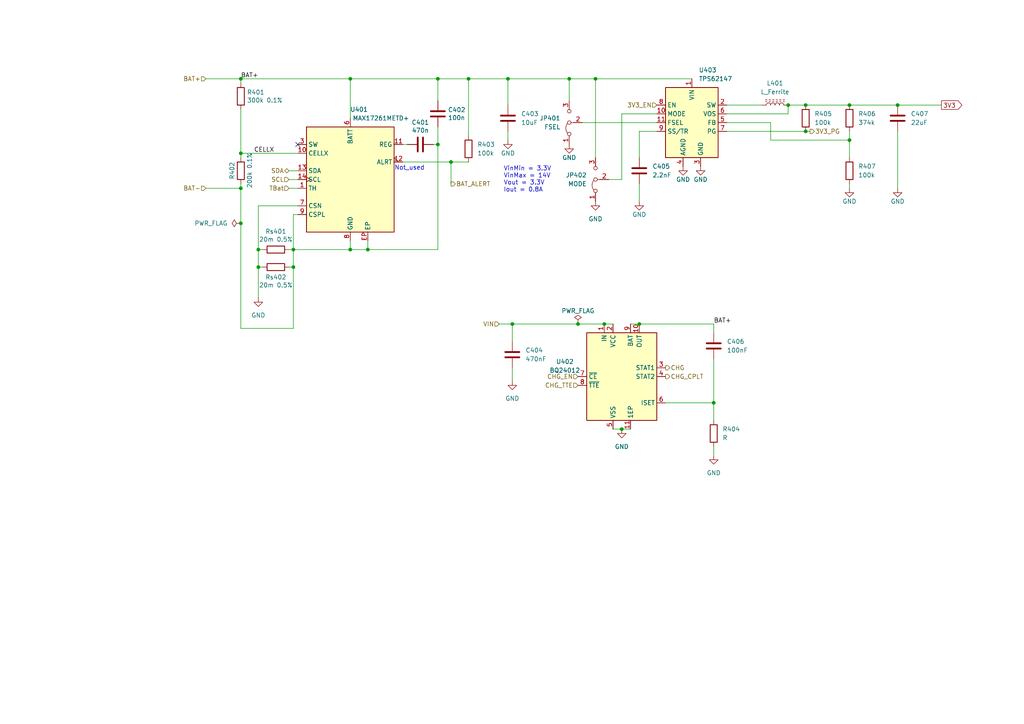
<source format=kicad_sch>
(kicad_sch (version 20211123) (generator eeschema)
  (paper "A4")
  (lib_symbols
    (symbol "Device:C" (pin_numbers hide) (pin_names (offset 0.254))
      (property "Reference" "C" (at 0.635 2.54 0))
      (property "Value" "C" (at 0.635 -2.54 0))
      (symbol "C_0_1"
        (polyline (pts (xy -2.032 -0.762) (xy 2.032 -0.762)) (stroke (width 0.508)))
        (polyline (pts (xy -2.032 0.762) (xy 2.032 0.762)) (stroke (width 0.508)))
      )
      (symbol "C_1_1"
        (pin passive line (at 0 3.81 270) (length 2.794) (name "~") (number "1"))
        (pin passive line (at 0 -3.81 90) (length 2.794) (name "~") (number "2"))
      )
    )
    (symbol "Device:L_Ferrite" (pin_numbers hide) (pin_names (offset 1.016) hide)
      (property "Reference" "L" (at -1.27 0 90))
      (property "Value" "L_Ferrite" (at 2.794 0 90))
      (symbol "L_Ferrite_0_1"
        (arc (start 0 -2.54) (mid 0.635 -1.905) (end 0 -1.27))
        (arc (start 0 -1.27) (mid 0.635 -0.635) (end 0 0))
        (polyline (pts (xy 1.016 -2.794) (xy 1.016 -2.286)))
        (polyline (pts (xy 1.016 -1.778) (xy 1.016 -1.27)))
        (polyline (pts (xy 1.016 -0.762) (xy 1.016 -0.254)))
        (polyline (pts (xy 1.016 0.254) (xy 1.016 0.762)))
        (polyline (pts (xy 1.016 1.27) (xy 1.016 1.778)))
        (polyline (pts (xy 1.016 2.286) (xy 1.016 2.794)))
        (polyline (pts (xy 1.524 -2.286) (xy 1.524 -2.794)))
        (polyline (pts (xy 1.524 -1.27) (xy 1.524 -1.778)))
        (polyline (pts (xy 1.524 -0.254) (xy 1.524 -0.762)))
        (polyline (pts (xy 1.524 0.762) (xy 1.524 0.254)))
        (polyline (pts (xy 1.524 1.778) (xy 1.524 1.27)))
        (polyline (pts (xy 1.524 2.794) (xy 1.524 2.286)))
        (arc (start 0 0) (mid 0.635 0.635) (end 0 1.27))
        (arc (start 0 1.27) (mid 0.635 1.905) (end 0 2.54))
      )
      (symbol "L_Ferrite_1_1"
        (pin passive line (at 0 3.81 270) (length 1.27) (name "1") (number "1"))
        (pin passive line (at 0 -3.81 90) (length 1.27) (name "2") (number "2"))
      )
    )
    (symbol "Device:R" (pin_numbers hide) (pin_names (offset 0))
      (property "Reference" "R" (at 2.032 0 90))
      (property "Value" "R" (at 0 0 90))
      (symbol "R_0_1"
        (rectangle (start -1.016 -2.54) (end 1.016 2.54) (stroke (width 0.254)))
      )
      (symbol "R_1_1"
        (pin passive line (at 0 3.81 270) (length 1.27) (name "~") (number "1"))
        (pin passive line (at 0 -3.81 90) (length 1.27) (name "~") (number "2"))
      )
    )
    (symbol "Jumper:Jumper_3_Bridged12" (pin_names (offset 0) hide)
      (property "Reference" "JP" (at -2.54 -2.54 0))
      (property "Value" "Jumper_3_Bridged12" (at 0 2.794 0))
      (symbol "Jumper_3_Bridged12_0_0"
        (circle (center -3.302 0) (radius 0.508))
        (circle (center 0 0) (radius 0.508))
        (circle (center 3.302 0) (radius 0.508))
      )
      (symbol "Jumper_3_Bridged12_0_1"
        (arc (start -0.254 0.508) (mid -1.651 0.9912) (end -3.048 0.508))
        (polyline (pts (xy 0 -1.27) (xy 0 -0.508)))
      )
      (symbol "Jumper_3_Bridged12_1_1"
        (pin passive line (at -6.35 0 0) (length 2.54) (name "A") (number "1"))
        (pin passive line (at 0 -3.81 90) (length 2.54) (name "C") (number "2"))
        (pin passive line (at 6.35 0 180) (length 2.54) (name "B") (number "3"))
      )
    )
    (symbol "lsf-kicad:BQ24013"
      (property "Reference" "U401" (at -16.51 4.3307 0))
      (property "Value" "BQ24013" (at -16.51 1.7907 0))
      (symbol "BQ24013_0_1"
        (rectangle (start -10.16 12.7) (end 10.16 -12.7) (stroke (width 0.254)) (fill (type background)))
      )
      (symbol "BQ24013_1_1"
        (pin power_in line (at -5.08 15.24 270) (length 2.54) (name "IN") (number "1"))
        (pin power_out line (at 5.08 15.24 270) (length 2.54) (name "OUT") (number "10"))
        (pin passive line (at 2.54 -15.24 90) (length 2.54) (name "1EP") (number "11"))
        (pin power_in line (at -2.54 15.24 270) (length 2.54) (name "VCC") (number "2"))
        (pin open_collector line (at 12.7 2.54 180) (length 2.54) (name "STAT1") (number "3"))
        (pin open_collector line (at 12.7 0 180) (length 2.54) (name "STAT2") (number "4"))
        (pin power_in line (at -2.54 -15.24 90) (length 2.54) (name "VSS") (number "5"))
        (pin output line (at 12.7 -7.62 180) (length 2.54) (name "ISET") (number "6"))
        (pin input line (at -12.7 0 0) (length 2.54) (name "~{CE}") (number "7"))
        (pin input line (at -12.7 -2.54 0) (length 2.54) (name "~{TTE}") (number "8"))
        (pin input line (at 2.54 15.24 270) (length 2.54) (name "BAT") (number "9"))
      )
    )
    (symbol "lsf-kicad:MAX17261METD+"
      (property "Reference" "U" (at 0 5.08 0))
      (property "Value" "MAX17261METD+" (at 0 1.27 0))
      (symbol "MAX17261METD+_0_1"
        (rectangle (start -12.7 15.24) (end 12.7 -15.24) (stroke (width 0.254)) (fill (type background)))
      )
      (symbol "MAX17261METD+_1_1"
        (pin input line (at -15.24 -2.54 0) (length 2.54) (name "TH") (number "1"))
        (pin passive line (at -15.24 7.62 0) (length 2.54) (name "CELLX") (number "10"))
        (pin power_out line (at 15.24 10.16 180) (length 2.54) (name "REG") (number "11"))
        (pin open_collector output_low (at 15.24 5.08 180) (length 2.54) (name "ALRT") (number "12"))
        (pin bidirectional line (at -15.24 2.54 0) (length 2.54) (name "SDA") (number "13"))
        (pin input clock (at -15.24 0 0) (length 2.54) (name "SCL") (number "14"))
        (pin no_connect line (at -10.16 -17.78 90) (length 2.54) hide (name "NC") (number "2"))
        (pin output line (at -15.24 10.16 0) (length 2.54) (name "SW") (number "3"))
        (pin no_connect line (at -7.62 -17.78 90) (length 2.54) hide (name "NC") (number "4"))
        (pin no_connect line (at -5.08 -17.78 90) (length 2.54) hide (name "NC") (number "5"))
        (pin power_in line (at 0 17.78 270) (length 2.54) (name "BATT") (number "6"))
        (pin passive line (at -15.24 -7.62 0) (length 2.54) (name "CSN") (number "7"))
        (pin power_in line (at 0 -17.78 90) (length 2.54) (name "GND") (number "8"))
        (pin passive line (at -15.24 -10.16 0) (length 2.54) (name "CSPL") (number "9"))
        (pin power_in line (at 5.08 -17.78 90) (length 2.54) (name "EP") (number "EP"))
      )
    )
    (symbol "lsf-kicad:TPS62147"
      (property "Reference" "U" (at -7.62 12.7 0))
      (property "Value" "TPS62147" (at 7.62 12.7 0))
      (symbol "TPS62147_0_1"
        (rectangle (start -7.62 10.16) (end 7.62 -10.16) (stroke (width 0.254)) (fill (type background)))
      )
      (symbol "TPS62147_1_1"
        (pin power_in line (at 0 12.7 270) (length 2.54) (name "VIN") (number "1"))
        (pin input line (at -10.16 2.54 0) (length 2.54) (name "MODE") (number "10"))
        (pin input line (at -10.16 0 0) (length 2.54) (name "FSEL") (number "11"))
        (pin passive line (at 10.16 5.08 180) (length 2.54) (name "SW") (number "2"))
        (pin power_in line (at 2.54 -12.7 90) (length 2.54) (name "GND") (number "3"))
        (pin power_in line (at -2.54 -12.7 90) (length 2.54) (name "AGND") (number "4"))
        (pin input line (at 10.16 0 180) (length 2.54) (name "FB") (number "5"))
        (pin input line (at 10.16 2.54 180) (length 2.54) (name "VOS") (number "6"))
        (pin open_collector line (at 10.16 -2.54 180) (length 2.54) (name "PG") (number "7"))
        (pin input line (at -10.16 5.08 0) (length 2.54) (name "EN") (number "8"))
        (pin input line (at -10.16 -2.54 0) (length 2.54) (name "SS/TR") (number "9"))
      )
    )
    (symbol "power:GND" (power) (pin_names (offset 0))
      (property "Value" "GND" (at 0 -3.81 0))
      (symbol "GND_0_1"
        (polyline (pts (xy 0 0) (xy 0 -1.27) (xy 1.27 -1.27) (xy 0 -2.54) (xy -1.27 -1.27) (xy 0 -1.27)))
      )
      (symbol "GND_1_1"
        (pin power_in line (at 0 0 270) (length 0) hide (name "GND") (number "1"))
      )
    )
    (symbol "power:PWR_FLAG" (power) (pin_numbers hide) (pin_names (offset 0) hide)
      (property "Value" "PWR_FLAG" (at 0 3.81 0))
      (symbol "PWR_FLAG_0_0"
        (pin power_out line (at 0 0 90) (length 0) (name "pwr") (number "1"))
      )
      (symbol "PWR_FLAG_0_1"
        (polyline (pts (xy 0 0) (xy 0 1.27) (xy -1.016 1.905) (xy 0 2.54) (xy 1.016 1.905) (xy 0 1.27)))
      )
    )
  )
  (junction (at 101.6 22.86))
  (junction (at 74.93 72.39))
  (junction (at 135.89 22.86))
  (junction (at 69.85 22.86))
  (junction (at 233.68 38.1))
  (junction (at 165.1 22.86))
  (junction (at 246.38 30.48))
  (junction (at 167.64 93.98))
  (junction (at 85.09 77.47))
  (junction (at 207.01 116.84))
  (junction (at 260.35 30.48))
  (junction (at 233.68 30.48))
  (junction (at 69.85 44.45))
  (junction (at 147.32 22.86))
  (junction (at 175.26 93.98))
  (junction (at 246.38 40.64))
  (junction (at 148.59 93.98))
  (junction (at 69.85 54.61))
  (junction (at 85.09 72.39))
  (junction (at 130.81 46.99))
  (junction (at 74.93 77.47))
  (junction (at 127 22.86))
  (junction (at 101.6 72.39))
  (junction (at 185.42 93.98))
  (junction (at 106.68 72.39))
  (junction (at 172.72 22.86))
  (junction (at 228.6 30.48))
  (junction (at 69.85 64.77))
  (junction (at 127 41.91))
  (junction (at 180.34 124.46))
  (no_connect (at 86.36 41.91))
  (wire (pts (xy 223.52 40.64) (xy 246.38 40.64)))
  (wire (pts (xy 207.01 104.14) (xy 207.01 116.84)))
  (wire (pts (xy 101.6 34.29) (xy 101.6 22.86)))
  (wire (pts (xy 167.64 93.98) (xy 175.26 93.98)))
  (wire (pts (xy 101.6 69.85) (xy 101.6 72.39)))
  (wire (pts (xy 207.01 121.92) (xy 207.01 116.84)))
  (wire (pts (xy 127 41.91) (xy 127 72.39)))
  (wire (pts (xy 246.38 30.48) (xy 233.68 30.48)))
  (wire (pts (xy 69.85 44.45) (xy 69.85 45.72)))
  (wire (pts (xy 207.01 93.98) (xy 207.01 96.52)))
  (wire (pts (xy 233.68 38.1) (xy 210.82 38.1)))
  (wire (pts (xy 69.85 64.77) (xy 69.85 95.25)))
  (wire (pts (xy 228.6 33.02) (xy 228.6 30.48)))
  (wire (pts (xy 86.36 59.69) (xy 74.93 59.69)))
  (wire (pts (xy 69.85 54.61) (xy 69.85 53.34)))
  (wire (pts (xy 165.1 22.86) (xy 165.1 29.21)))
  (wire (pts (xy 127 41.91) (xy 125.73 41.91)))
  (wire (pts (xy 106.68 72.39) (xy 127 72.39)))
  (wire (pts (xy 185.42 93.98) (xy 207.01 93.98)))
  (wire (pts (xy 234.95 38.1) (xy 233.68 38.1)))
  (wire (pts (xy 207.01 116.84) (xy 193.04 116.84)))
  (wire (pts (xy 59.69 22.86) (xy 69.85 22.86)))
  (wire (pts (xy 210.82 30.48) (xy 220.98 30.48)))
  (wire (pts (xy 246.38 54.61) (xy 246.38 53.34)))
  (wire (pts (xy 180.34 52.07) (xy 176.53 52.07)))
  (wire (pts (xy 175.26 93.98) (xy 177.8 93.98)))
  (wire (pts (xy 83.82 52.07) (xy 86.36 52.07)))
  (wire (pts (xy 86.36 62.23) (xy 85.09 62.23)))
  (wire (pts (xy 101.6 22.86) (xy 127 22.86)))
  (wire (pts (xy 116.84 41.91) (xy 118.11 41.91)))
  (wire (pts (xy 74.93 77.47) (xy 74.93 86.36)))
  (wire (pts (xy 246.38 40.64) (xy 246.38 38.1)))
  (wire (pts (xy 135.89 22.86) (xy 135.89 39.37)))
  (wire (pts (xy 69.85 54.61) (xy 69.85 64.77)))
  (wire (pts (xy 76.2 77.47) (xy 74.93 77.47)))
  (wire (pts (xy 69.85 22.86) (xy 69.85 24.13)))
  (wire (pts (xy 127 22.86) (xy 135.89 22.86)))
  (wire (pts (xy 86.36 54.61) (xy 83.82 54.61)))
  (wire (pts (xy 130.81 46.99) (xy 130.81 53.34)))
  (wire (pts (xy 69.85 95.25) (xy 85.09 95.25)))
  (wire (pts (xy 106.68 72.39) (xy 101.6 72.39)))
  (wire (pts (xy 147.32 30.48) (xy 147.32 22.86)))
  (wire (pts (xy 69.85 31.75) (xy 69.85 44.45)))
  (wire (pts (xy 180.34 33.02) (xy 180.34 52.07)))
  (wire (pts (xy 116.84 46.99) (xy 130.81 46.99)))
  (wire (pts (xy 185.42 53.34) (xy 185.42 58.42)))
  (wire (pts (xy 130.81 46.99) (xy 135.89 46.99)))
  (wire (pts (xy 147.32 22.86) (xy 165.1 22.86)))
  (wire (pts (xy 210.82 33.02) (xy 228.6 33.02)))
  (wire (pts (xy 223.52 35.56) (xy 223.52 40.64)))
  (wire (pts (xy 172.72 22.86) (xy 200.66 22.86)))
  (wire (pts (xy 83.82 49.53) (xy 86.36 49.53)))
  (wire (pts (xy 148.59 93.98) (xy 167.64 93.98)))
  (wire (pts (xy 106.68 69.85) (xy 106.68 72.39)))
  (wire (pts (xy 74.93 77.47) (xy 74.93 72.39)))
  (wire (pts (xy 59.69 54.61) (xy 69.85 54.61)))
  (wire (pts (xy 144.78 93.98) (xy 148.59 93.98)))
  (wire (pts (xy 148.59 93.98) (xy 148.59 99.06)))
  (wire (pts (xy 210.82 35.56) (xy 223.52 35.56)))
  (wire (pts (xy 260.35 30.48) (xy 273.05 30.48)))
  (wire (pts (xy 168.91 35.56) (xy 190.5 35.56)))
  (wire (pts (xy 127 41.91) (xy 127 36.83)))
  (wire (pts (xy 135.89 22.86) (xy 147.32 22.86)))
  (wire (pts (xy 190.5 38.1) (xy 185.42 38.1)))
  (wire (pts (xy 74.93 72.39) (xy 76.2 72.39)))
  (wire (pts (xy 180.34 124.46) (xy 182.88 124.46)))
  (wire (pts (xy 182.88 93.98) (xy 185.42 93.98)))
  (wire (pts (xy 233.68 30.48) (xy 228.6 30.48)))
  (wire (pts (xy 85.09 72.39) (xy 101.6 72.39)))
  (wire (pts (xy 85.09 62.23) (xy 85.09 72.39)))
  (wire (pts (xy 85.09 95.25) (xy 85.09 77.47)))
  (wire (pts (xy 69.85 44.45) (xy 86.36 44.45)))
  (wire (pts (xy 147.32 40.64) (xy 147.32 38.1)))
  (wire (pts (xy 246.38 40.64) (xy 246.38 45.72)))
  (wire (pts (xy 260.35 54.61) (xy 260.35 38.1)))
  (wire (pts (xy 246.38 30.48) (xy 260.35 30.48)))
  (wire (pts (xy 165.1 22.86) (xy 172.72 22.86)))
  (wire (pts (xy 207.01 132.08) (xy 207.01 129.54)))
  (wire (pts (xy 177.8 124.46) (xy 180.34 124.46)))
  (wire (pts (xy 74.93 59.69) (xy 74.93 72.39)))
  (wire (pts (xy 148.59 106.68) (xy 148.59 110.49)))
  (wire (pts (xy 190.5 33.02) (xy 180.34 33.02)))
  (wire (pts (xy 127 29.21) (xy 127 22.86)))
  (wire (pts (xy 101.6 22.86) (xy 69.85 22.86)))
  (wire (pts (xy 85.09 72.39) (xy 85.09 77.47)))
  (wire (pts (xy 85.09 77.47) (xy 83.82 77.47)))
  (wire (pts (xy 185.42 38.1) (xy 185.42 45.72)))
  (wire (pts (xy 172.72 22.86) (xy 172.72 45.72)))
  (wire (pts (xy 83.82 72.39) (xy 85.09 72.39)))
  (text "Not_used" (at 123.19 49.53 180) (effects (font (size 1.27 1.27)) (justify right bottom)))
  (text "VinMin = 3.3V\nVinMax = 14V\nVout = 3.3V\nIout = 0.8A" (at 146.05 55.88 0) (effects (font (size 1.27 1.27)) (justify left bottom)))
  (label "BAT+" (at 207.01 93.98 0))
  (label "BAT+" (at 69.85 22.86 0))
  (label "CELLX" (at 73.66 44.45 0))
  (global_label "3V3" (shape output) (at 273.05 30.48 0) (property "Intersheet References" "${INTERSHEET_REFS}" (effects hide)))
  (hierarchical_label "CHG_EN" (shape input) (at 167.64 109.22 180))
  (hierarchical_label "BAT+" (shape input) (at 59.69 22.86 180))
  (hierarchical_label "CHG_TTE" (shape input) (at 167.64 111.76 180))
  (hierarchical_label "SDA" (shape bidirectional) (at 83.82 49.53 180))
  (hierarchical_label "3V3_PG" (shape output) (at 234.95 38.1 0))
  (hierarchical_label "TBat" (shape input) (at 83.82 54.61 180))
  (hierarchical_label "VIN" (shape input) (at 144.78 93.98 180))
  (hierarchical_label "CHG" (shape output) (at 193.04 106.68 0))
  (hierarchical_label "3V3_EN" (shape input) (at 190.5 30.48 180))
  (hierarchical_label "CHG_CPLT" (shape output) (at 193.04 109.22 0))
  (hierarchical_label "SCL" (shape input) (at 83.82 52.07 180))
  (hierarchical_label "BAT-" (shape input) (at 59.69 54.61 180))
  (hierarchical_label "BAT_ALERT" (shape output) (at 130.81 53.34 0))
  (symbol (lib_id "lsf-kicad:TPS62147") (at 200.66 35.56 0) (unit 1)
    (property "Reference" "U403" (at 202.6794 20.32 0) (effects (justify left)))
    (property "Value" "TPS62147" (at 202.6794 22.86 0) (effects (justify left)))
    (property "Footprint" "lsf-kicad-lib:Texas_RGX0011A" (effects hide))
    (property "Datasheet" "https://www.ti.com/lit/ds/symlink/tps62147.pdf" (effects hide))
    (property "Part Number" "TPS62147" (effects hide))
  )
  (symbol (lib_id "Device:C") (at 185.42 49.53 0) (unit 1)
    (property "Reference" "C405" (at 189.23 48.2599 0) (effects (justify left)))
    (property "Value" "2.2nF" (at 189.23 50.7999 0) (effects (justify left)))
    (property "Footprint" "Capacitor_SMD:C_0402_1005Metric" (effects hide))
    (property "PartNumber" "GRM155R71E222KA01D" (effects hide))
    (property "Part Number" "GRM155R71E222KA01D" (effects hide))
  )
  (symbol (lib_id "Device:R") (at 207.01 125.73 0) (unit 1)
    (property "Reference" "R404" (at 209.55 124.4599 0) (effects (justify left)))
    (property "Value" "R" (at 209.55 126.9999 0) (effects (justify left)))
  )
  (symbol (lib_id "Device:C") (at 148.59 102.87 0) (unit 1)
    (property "Reference" "C404" (at 152.4 101.5999 0) (effects (justify left)))
    (property "Value" "470nF" (at 152.4 104.1399 0) (effects (justify left)))
  )
  (symbol (lib_id "power:GND") (at 165.1 41.91 0) (unit 1)
    (property "Reference" "#PWR0404" (effects hide))
    (property "Value" "GND" (at 165.1 45.72 0))
  )
  (symbol (lib_id "Device:R") (at 80.01 72.39 270) (unit 1)
    (property "Reference" "Rs401" (at 80.01 67.1322 90))
    (property "Value" "20m 0.5%" (at 80.01 69.4436 90))
    (property "Footprint" "Resistor_SMD:R_0603_1608Metric" (effects hide))
    (property "Part Number" "PE0603FRF070R02L" (effects hide))
    (property "PartNumber" "PE0603FRF070R02L" (effects hide))
  )
  (symbol (lib_id "Device:C") (at 207.01 100.33 0) (unit 1)
    (property "Reference" "C406" (at 210.82 99.0599 0) (effects (justify left)))
    (property "Value" "100nF" (at 210.82 101.5999 0) (effects (justify left)))
  )
  (symbol (lib_id "Jumper:Jumper_3_Bridged12") (at 165.1 35.56 90) (unit 1)
    (property "Reference" "JP401" (at 162.56 34.2899 90) (effects (justify left)))
    (property "Value" "FSEL" (at 162.56 36.8299 90) (effects (justify left)))
    (property "Footprint" "Jumper:SolderJumper-3_P1.3mm_Bridged2Bar12_Pad1.0x1.5mm_NumberLabels" (effects hide))
  )
  (symbol (lib_id "power:PWR_FLAG") (at 167.64 93.98 0) (unit 1)
    (property "Reference" "#FLG0402" (effects hide))
    (property "Value" "PWR_FLAG" (at 167.64 90.17 0))
  )
  (symbol (lib_id "Device:R") (at 233.68 34.29 0) (unit 1)
    (property "Reference" "R405" (at 236.22 33.0199 0) (effects (justify left)))
    (property "Value" "100k" (at 236.22 35.5599 0) (effects (justify left)))
    (property "Footprint" "Resistor_SMD:R_0402_1005Metric" (effects hide))
    (property "Part Number" "CRCW0402100KFKED" (effects hide))
  )
  (symbol (lib_id "power:GND") (at 185.42 58.42 0) (unit 1)
    (property "Reference" "#PWR0407" (effects hide))
    (property "Value" "GND" (at 185.42 62.23 0))
  )
  (symbol (lib_id "power:GND") (at 180.34 124.46 0) (unit 1)
    (property "Reference" "#PWR0406" (effects hide))
    (property "Value" "GND" (at 180.34 129.54 0))
  )
  (symbol (lib_id "Jumper:Jumper_3_Bridged12") (at 172.72 52.07 90) (unit 1)
    (property "Reference" "JP402" (at 170.18 50.7999 90) (effects (justify left)))
    (property "Value" "MODE" (at 170.18 53.3399 90) (effects (justify left)))
    (property "Footprint" "Jumper:SolderJumper-3_P1.3mm_Bridged2Bar12_Pad1.0x1.5mm_NumberLabels" (effects hide))
  )
  (symbol (lib_id "Device:C") (at 260.35 34.29 0) (unit 1)
    (property "Reference" "C407" (at 264.16 33.0199 0) (effects (justify left)))
    (property "Value" "22uF" (at 264.16 35.5599 0) (effects (justify left)))
    (property "Footprint" "Capacitor_SMD:C_0603_1608Metric" (effects hide))
    (property "Part Number" "GRM188R60J226MEA0D" (effects hide))
  )
  (symbol (lib_id "lsf-kicad:MAX17261METD+") (at 101.6 52.07 0) (unit 1)
    (property "Reference" "U401" (at 104.14 31.75 0))
    (property "Value" "MAX17261METD+" (at 110.49 34.29 0))
    (property "Footprint" "lsf-kicad-lib:TDFN-14-1EP_3x3mm_P0.4mm_EP1.7x2.3mm" (effects hide))
    (property "Datasheet" "https://datasheets.maximintegrated.com/en/ds/MAX17261.pdf" (effects hide))
    (property "Part Number" "MAX17261METD+" (effects hide))
    (property "PartNumber" "MAX17261METD+" (effects hide))
  )
  (symbol (lib_id "Device:R") (at 246.38 49.53 0) (unit 1)
    (property "Reference" "R407" (at 248.92 48.2599 0) (effects (justify left)))
    (property "Value" "100k" (at 248.92 50.7999 0) (effects (justify left)))
    (property "Footprint" "Resistor_SMD:R_0402_1005Metric" (effects hide))
    (property "Part Number" "CRCW0402100KFKED" (effects hide))
  )
  (symbol (lib_id "power:GND") (at 207.01 132.08 0) (unit 1)
    (property "Reference" "#PWR0410" (effects hide))
    (property "Value" "GND" (at 207.01 137.16 0))
  )
  (symbol (lib_id "Device:L_Ferrite") (at 224.79 30.48 90) (unit 1)
    (property "Reference" "L401" (at 224.79 24.13 90))
    (property "Value" "L_Ferrite" (at 224.79 26.67 90))
    (property "Footprint" "Inductor_SMD:L_Vishay_IHLP-1212" (effects hide))
    (property "Part Number" "IHLP1212BZER1R0M11" (effects hide))
  )
  (symbol (lib_id "power:GND") (at 147.32 40.64 0) (unit 1)
    (property "Reference" "#PWR0402" (effects hide))
    (property "Value" "GND" (at 147.32 44.45 0))
  )
  (symbol (lib_id "Device:C") (at 121.92 41.91 90) (unit 1)
    (property "Reference" "C401" (at 121.92 35.5092 90))
    (property "Value" "470n" (at 121.92 37.8206 90))
    (property "Footprint" "Capacitor_SMD:C_0603_1608Metric" (effects hide))
    (property "Part Number" "C0603C474K4RACAUTO " (effects hide))
    (property "PartNumber" "C0603C474K4RACAUTO " (effects hide))
  )
  (symbol (lib_id "Device:C") (at 147.32 34.29 0) (unit 1)
    (property "Reference" "C403" (at 151.13 33.0199 0) (effects (justify left)))
    (property "Value" "10uF" (at 151.13 35.5599 0) (effects (justify left)))
    (property "Footprint" "Capacitor_SMD:C_1206_3216Metric" (effects hide))
    (property "PartNumber" "GRM31CR61C106KA88L" (effects hide))
    (property "Part Number" "GRM31CR61C106KA88L" (effects hide))
  )
  (symbol (lib_id "power:GND") (at 172.72 58.42 0) (unit 1)
    (property "Reference" "#PWR0405" (effects hide))
    (property "Value" "GND" (at 172.72 63.5 0))
  )
  (symbol (lib_id "power:GND") (at 198.12 48.26 0) (unit 1)
    (property "Reference" "#PWR0408" (effects hide))
    (property "Value" "GND" (at 198.12 52.07 0))
  )
  (symbol (lib_id "Device:R") (at 69.85 49.53 0) (unit 1)
    (property "Reference" "R402" (at 67.31 52.07 90) (effects (justify left)))
    (property "Value" "200k 0.1%" (at 72.39 54.61 90) (effects (justify left)))
    (property "Footprint" "Resistor_SMD:R_0603_1608Metric" (effects hide))
    (property "Part Number" "ERA-3AEB204V" (effects hide))
    (property "PartNumber" "ERA-3AEB204V" (effects hide))
  )
  (symbol (lib_id "Device:R") (at 80.01 77.47 270) (unit 1)
    (property "Reference" "Rs402" (at 80.01 80.391 90))
    (property "Value" "20m 0.5%" (at 80.01 82.7024 90))
    (property "Footprint" "Resistor_SMD:R_0603_1608Metric" (effects hide))
    (property "Part Number" "PE0603FRF070R02L" (effects hide))
    (property "PartNumber" "PE0603FRF070R02L" (effects hide))
  )
  (symbol (lib_id "Device:R") (at 135.89 43.18 180) (unit 1)
    (property "Reference" "R403" (at 138.43 41.9099 0) (effects (justify right)))
    (property "Value" "100k" (at 138.43 44.4499 0) (effects (justify right)))
    (property "Footprint" "Resistor_SMD:R_0603_1608Metric" (effects hide))
  )
  (symbol (lib_id "Device:R") (at 246.38 34.29 0) (unit 1)
    (property "Reference" "R406" (at 248.92 33.0199 0) (effects (justify left)))
    (property "Value" "374k" (at 248.92 35.5599 0) (effects (justify left)))
    (property "Footprint" "Resistor_SMD:R_0402_1005Metric" (effects hide))
    (property "Part Number" "CRCW0402374KFKED" (effects hide))
  )
  (symbol (lib_id "Device:R") (at 69.85 27.94 0) (unit 1)
    (property "Reference" "R401" (at 71.628 26.7716 0) (effects (justify left)))
    (property "Value" "300k 0.1%" (at 71.628 29.083 0) (effects (justify left)))
    (property "Footprint" "Resistor_SMD:R_0603_1608Metric" (effects hide))
    (property "Part Number" "ERA-3AEB304V" (effects hide))
    (property "PartNumber" "ERA-3AEB304V" (effects hide))
  )
  (symbol (lib_id "power:GND") (at 260.35 54.61 0) (unit 1)
    (property "Reference" "#PWR0412" (effects hide))
    (property "Value" "GND" (at 260.35 58.42 0))
  )
  (symbol (lib_id "Device:C") (at 127 33.02 0) (unit 1)
    (property "Reference" "C402" (at 129.921 31.8516 0) (effects (justify left)))
    (property "Value" "100n" (at 129.921 34.163 0) (effects (justify left)))
    (property "Footprint" "Capacitor_SMD:C_0603_1608Metric" (effects hide))
    (property "Part Number" "C0603C104K5RAC3121 " (effects hide))
    (property "PartNumber" "C0603C104K5RAC3121 " (effects hide))
  )
  (symbol (lib_id "lsf-kicad:BQ24013") (at 180.34 109.22 0) (unit 1)
    (property "Reference" "U402" (at 163.83 104.8893 0))
    (property "Value" "BQ24012" (at 163.83 107.4293 0))
    (property "Footprint" "Package_SON:Texas_DRC0010J_ThermalVias" (effects hide))
    (property "Datasheet" "http://www.ti.com/lit/ds/symlink/bq24012.pdf" (effects hide))
  )
  (symbol (lib_id "power:PWR_FLAG") (at 69.85 64.77 90) (unit 1)
    (property "Reference" "#FLG0401" (effects hide))
    (property "Value" "PWR_FLAG" (at 66.04 64.7699 90) (effects (justify left)))
  )
  (symbol (lib_id "power:GND") (at 246.38 54.61 0) (unit 1)
    (property "Reference" "#PWR0411" (effects hide))
    (property "Value" "GND" (at 246.38 58.42 0))
  )
  (symbol (lib_id "power:GND") (at 148.59 110.49 0) (unit 1)
    (property "Reference" "#PWR0403" (effects hide))
    (property "Value" "GND" (at 148.59 115.57 0))
  )
  (symbol (lib_id "power:GND") (at 74.93 86.36 0) (unit 1)
    (property "Reference" "#PWR0401" (effects hide))
    (property "Value" "GND" (at 74.93 91.44 0))
  )
  (symbol (lib_id "power:GND") (at 203.2 48.26 0) (unit 1)
    (property "Reference" "#PWR0409" (effects hide))
    (property "Value" "GND" (at 203.2 52.07 0))
  )
)
</source>
